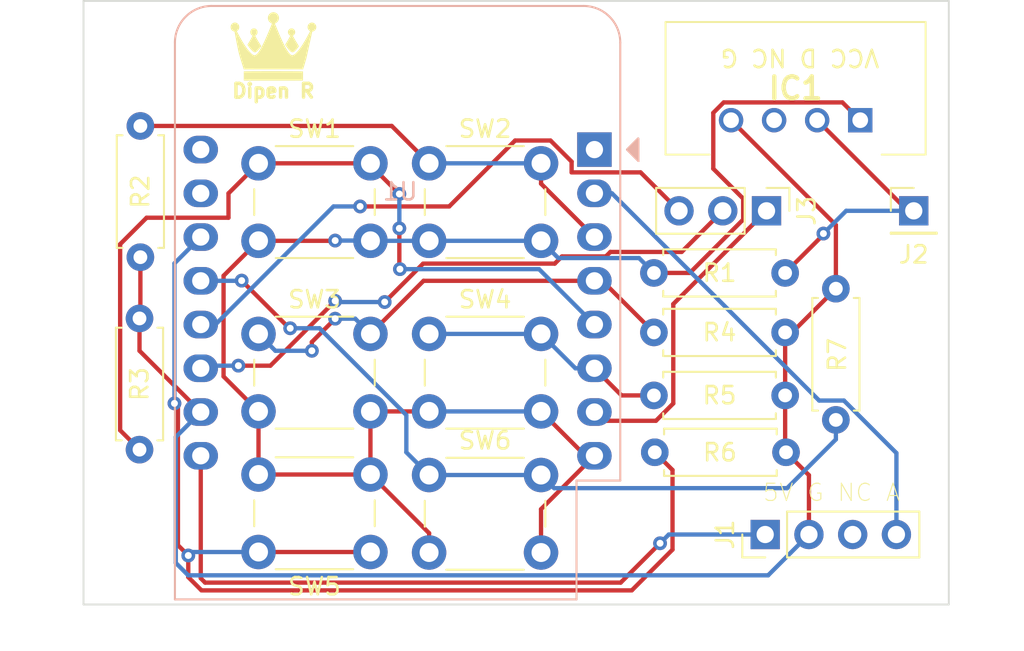
<source format=kicad_pcb>
(kicad_pcb (version 20211014) (generator pcbnew)
  (layers (0 "F.Cu" signal) (31 "B.Cu" signal) (34 "B.Paste" user) (35 "F.Paste" user) (36 "B.SilkS" user "B.Silkscreen") (37 "F.SilkS" user "F.Silkscreen") (38 "B.Mask" user) (39 "F.Mask" user) (44 "Edge.Cuts" user))
  (net 0 "")
  (net 1 "3V3")
  (net 2 "Net-(IC1-Pad2)")
  (net 4 "GND")
  (net 5 "5V")
  (net 7 "A0")
  (net 8 "Net-(J3-Pad1)")
  (net 9 "Net-(J3-Pad2)")
  (net 10 "Net-(J3-Pad3)")
  (net 11 "D0")
  (net 12 "D5")
  (net 13 "D6")
  (net 14 "D7")
  (net 18 "D1")
  (net 19 "D2")
  (footprint "Button_Switch_THT:SW_PUSH_6mm" (layer "F.Cu") (at 103.58 59.69 180)
    (fp_text reference "SW5" (at 3.25 -2) (layer "F.SilkS"))
    (fp_text value "SW_Push")
    (pad "1" thru_hole circle (at 0 0 270) (size 2 2) (drill 1.1) (layers *.Cu *.Mask) (net 18 "D1"))
    (pad "1" thru_hole circle (at 6.5 0 270) (size 2 2) (drill 1.1) (layers *.Cu *.Mask) (net 18 "D1"))
    (pad "2" thru_hole circle (at 6.5 4.5 270) (size 2 2) (drill 1.1) (layers *.Cu *.Mask) (net 1 "3V3"))
    (pad "2" thru_hole circle (at 0 4.5 270) (size 2 2) (drill 1.1) (layers *.Cu *.Mask) (net 1 "3V3"))
  )
  (footprint "Connector_PinHeader_2.54mm:PinHeader_1x03_P2.54mm_Vertical" (layer "F.Cu") (at 126.5786 39.878 -90)
    (fp_text reference "J3" (at 0 -2.33 90) (layer "F.SilkS"))
    (fp_text value "Conn_01x03_Male")
    (pad "1" thru_hole rect (at 0 0 270) (size 1.7 1.7) (drill 1) (layers *.Cu *.Mask) (net 8 "Net-(J3-Pad1)"))
    (pad "2" thru_hole oval (at 0 2.54 270) (size 1.7 1.7) (drill 1) (layers *.Cu *.Mask) (net 9 "Net-(J3-Pad2)"))
    (pad "3" thru_hole oval (at 0 5.08 270) (size 1.7 1.7) (drill 1) (layers *.Cu *.Mask) (net 10 "Net-(J3-Pad3)"))
  )
  (footprint "Resistor_THT:R_Axial_DIN0207_L6.3mm_D2.5mm_P7.62mm_Horizontal" (layer "F.Cu") (at 120.0912 53.8988)
    (fp_text reference "R6" (at 3.7816 0.0108) (layer "F.SilkS"))
    (fp_text value "4K7")
    (pad "1" thru_hole circle (at 0 0) (size 1.6 1.6) (drill 0.8) (layers *.Cu *.Mask) (net 18 "D1"))
    (pad "2" thru_hole oval (at 7.62 0) (size 1.6 1.6) (drill 0.8) (layers *.Cu *.Mask) (net 4 "GND"))
  )
  (footprint "Button_Switch_THT:SW_PUSH_6mm" (layer "F.Cu") (at 97.08 47.026)
    (fp_text reference "SW3" (at 3.25 -2) (layer "F.SilkS"))
    (fp_text value "SW_Push")
    (pad "1" thru_hole circle (at 6.5 0 90) (size 2 2) (drill 1.1) (layers *.Cu *.Mask) (net 12 "D5"))
    (pad "1" thru_hole circle (at 0 0 90) (size 2 2) (drill 1.1) (layers *.Cu *.Mask) (net 12 "D5"))
    (pad "2" thru_hole circle (at 6.5 4.5 90) (size 2 2) (drill 1.1) (layers *.Cu *.Mask) (net 1 "3V3"))
    (pad "2" thru_hole circle (at 0 4.5 90) (size 2 2) (drill 1.1) (layers *.Cu *.Mask) (net 1 "3V3"))
  )
  (footprint "Resistor_THT:R_Axial_DIN0207_L6.3mm_D2.5mm_P7.62mm_Horizontal" (layer "F.Cu") (at 120.0404 50.5968)
    (fp_text reference "R5" (at 3.81 0) (layer "F.SilkS"))
    (fp_text value "4K7")
    (pad "1" thru_hole circle (at 0 0) (size 1.6 1.6) (drill 0.8) (layers *.Cu *.Mask) (net 14 "D7"))
    (pad "2" thru_hole oval (at 7.62 0) (size 1.6 1.6) (drill 0.8) (layers *.Cu *.Mask) (net 4 "GND"))
  )
  (footprint "Button_Switch_THT:SW_PUSH_6mm" (layer "F.Cu") (at 97.08 37.12)
    (fp_text reference "SW1" (at 3.25 -2) (layer "F.SilkS"))
    (fp_text value "SW_Push")
    (pad "1" thru_hole circle (at 6.5 0 90) (size 2 2) (drill 1.1) (layers *.Cu *.Mask) (net 13 "D6"))
    (pad "1" thru_hole circle (at 0 0 90) (size 2 2) (drill 1.1) (layers *.Cu *.Mask) (net 13 "D6"))
    (pad "2" thru_hole circle (at 0 4.5 90) (size 2 2) (drill 1.1) (layers *.Cu *.Mask) (net 1 "3V3"))
    (pad "2" thru_hole circle (at 6.5 4.5 90) (size 2 2) (drill 1.1) (layers *.Cu *.Mask) (net 1 "3V3"))
  )
  (footprint "Connector_PinHeader_2.54mm:PinHeader_1x01_P2.54mm_Vertical" (layer "F.Cu") (at 135.128 39.878)
    (fp_text reference "J2" (at 0 2.54) (layer "F.SilkS"))
    (fp_text value "Conn_01x01_Male")
    (pad "1" thru_hole rect (at 0 0) (size 1.7 1.7) (drill 1) (layers *.Cu *.Mask) (net 2 "Net-(IC1-Pad2)"))
  )
  (footprint "Button_Switch_THT:SW_PUSH_6mm" (layer "F.Cu") (at 106.986 37.12)
    (fp_text reference "SW2" (at 3.25 -2) (layer "F.SilkS"))
    (fp_text value "SW_Push")
    (pad "1" thru_hole circle (at 6.5 0 90) (size 2 2) (drill 1.1) (layers *.Cu *.Mask) (net 11 "D0"))
    (pad "1" thru_hole circle (at 0 0 90) (size 2 2) (drill 1.1) (layers *.Cu *.Mask) (net 11 "D0"))
    (pad "2" thru_hole circle (at 0 4.5 90) (size 2 2) (drill 1.1) (layers *.Cu *.Mask) (net 1 "3V3"))
    (pad "2" thru_hole circle (at 6.5 4.5 90) (size 2 2) (drill 1.1) (layers *.Cu *.Mask) (net 1 "3V3"))
  )
  (footprint "Resistor_THT:R_Axial_DIN0207_L6.3mm_D2.5mm_P7.62mm_Horizontal" (layer "F.Cu") (at 130.6068 52.0192 90)
    (fp_text reference "R7" (at 3.7816 0.0756 90) (layer "F.SilkS"))
    (fp_text value "4K7")
    (pad "1" thru_hole circle (at 0 0 90) (size 1.6 1.6) (drill 0.8) (layers *.Cu *.Mask) (net 19 "D2"))
    (pad "2" thru_hole oval (at 7.62 0 90) (size 1.6 1.6) (drill 0.8) (layers *.Cu *.Mask) (net 4 "GND"))
  )
  (footprint "MountingHole:MountingHole_2mm" (layer "F.Cu") (at 89.408 60.198)
    (fp_text reference "REF**" hide)
    (fp_text value "MountingHole_2mm")
    (pad "" np_thru_hole circle (at 0 0) (size 2 2) (drill 2) (layers *.Cu *.Mask))
  )
  (footprint "Button_Switch_THT:SW_PUSH_6mm" (layer "F.Cu") (at 106.9848 55.2196)
    (fp_text reference "SW6" (at 3.25 -2) (layer "F.SilkS"))
    (fp_text value "SW_Push")
    (pad "1" thru_hole circle (at 0 0 90) (size 2 2) (drill 1.1) (layers *.Cu *.Mask) (net 19 "D2"))
    (pad "1" thru_hole circle (at 6.5 0 90) (size 2 2) (drill 1.1) (layers *.Cu *.Mask) (net 19 "D2"))
    (pad "2" thru_hole circle (at 6.5 4.5 90) (size 2 2) (drill 1.1) (layers *.Cu *.Mask) (net 1 "3V3"))
    (pad "2" thru_hole circle (at 0 4.5 90) (size 2 2) (drill 1.1) (layers *.Cu *.Mask) (net 1 "3V3"))
  )
  (footprint "Resistor_THT:R_Axial_DIN0207_L6.3mm_D2.5mm_P7.62mm_Horizontal" (layer "F.Cu") (at 120.0404 46.9392)
    (fp_text reference "R4" (at 3.81 0) (layer "F.SilkS"))
    (fp_text value "4K7")
    (pad "1" thru_hole circle (at 0 0) (size 1.6 1.6) (drill 0.8) (layers *.Cu *.Mask) (net 12 "D5"))
    (pad "2" thru_hole oval (at 7.62 0) (size 1.6 1.6) (drill 0.8) (layers *.Cu *.Mask) (net 4 "GND"))
  )
  (footprint "Resistor_THT:R_Axial_DIN0207_L6.3mm_D2.5mm_P7.62mm_Horizontal" (layer "F.Cu") (at 120.0404 43.4848)
    (fp_text reference "R1" (at 3.81 0) (layer "F.SilkS"))
    (fp_text value "10K")
    (pad "1" thru_hole circle (at 0 0) (size 1.6 1.6) (drill 0.8) (layers *.Cu *.Mask) (net 1 "3V3"))
    (pad "2" thru_hole oval (at 7.62 0) (size 1.6 1.6) (drill 0.8) (layers *.Cu *.Mask) (net 2 "Net-(IC1-Pad2)"))
  )
  (footprint "MountingHole:MountingHole_2mm" (layer "F.Cu") (at 89.408 30.226)
    (fp_text reference "REF**" hide)
    (fp_text value "MountingHole_2mm")
    (pad "" np_thru_hole circle (at 0 0) (size 2 2) (drill 2) (layers *.Cu *.Mask))
  )
  (footprint "ModdedCrown:Small_Crown" (layer "F.Cu") (at 97.9424 30.3276)
    (fp_text reference "G***" hide)
    (fp_text value "LOGO" hide)
  )
  (footprint "Connector_PinHeader_2.54mm:PinHeader_1x04_P2.54mm_Vertical" (layer "F.Cu") (at 126.502 58.674 90)
    (fp_text reference "J1" (at 0 -2.33 90) (layer "F.SilkS"))
    (fp_text value "Conn_01x04_Male")
    (pad "1" thru_hole rect (at 0 0 90) (size 1.7 1.7) (drill 1) (layers *.Cu *.Mask) (net 5 "5V"))
    (pad "2" thru_hole oval (at 0 2.54 90) (size 1.7 1.7) (drill 1) (layers *.Cu *.Mask) (net 4 "GND"))
    (pad "3" thru_hole oval (at 0 5.08 90) (size 1.7 1.7) (drill 1) (layers *.Cu *.Mask))
    (pad "4" thru_hole oval (at 0 7.62 90) (size 1.7 1.7) (drill 1) (layers *.Cu *.Mask) (net 7 "A0"))
  )
  (footprint "Temperature Sensors:DHT22" (layer "F.Cu") (at 132.02 34.616 180)
    (fp_text reference "IC1" (at 3.75 1.85) (layer "F.SilkS") (effects (font (size 1.27 1.27) (thickness 0.254))))
    (fp_text value "DHT22" hide)
    (pad "1" thru_hole rect locked (at 0 0 180) (size 1.416 1.416) (drill 0.91) (layers *.Cu *.Mask) (net 1 "3V3"))
    (pad "2" thru_hole circle locked (at 2.5 0 180) (size 1.416 1.416) (drill 0.91) (layers *.Cu *.Mask) (net 2 "Net-(IC1-Pad2)"))
    (pad "3" thru_hole circle locked (at 5 0 180) (size 1.416 1.416) (drill 0.91) (layers *.Cu *.Mask))
    (pad "4" thru_hole circle locked (at 7.5 0 180) (size 1.416 1.416) (drill 0.91) (layers *.Cu *.Mask) (net 4 "GND"))
  )
  (footprint "Resistor_THT:R_Axial_DIN0207_L6.3mm_D2.5mm_P7.62mm_Horizontal" (layer "F.Cu") (at 90.17 53.7464 90)
    (fp_text reference "R3" (at 3.81 0 90) (layer "F.SilkS"))
    (fp_text value "4K7")
    (pad "1" thru_hole circle (at 0 0 90) (size 1.6 1.6) (drill 0.8) (layers *.Cu *.Mask) (net 13 "D6"))
    (pad "2" thru_hole oval (at 7.62 0 90) (size 1.6 1.6) (drill 0.8) (layers *.Cu *.Mask) (net 4 "GND"))
  )
  (footprint "Resistor_THT:R_Axial_DIN0207_L6.3mm_D2.5mm_P7.62mm_Horizontal" (layer "F.Cu") (at 90.2208 34.9504 -90)
    (fp_text reference "R2" (at 3.81 0 90) (layer "F.SilkS"))
    (fp_text value "4K7")
    (pad "1" thru_hole circle (at 0 0 270) (size 1.6 1.6) (drill 0.8) (layers *.Cu *.Mask) (net 11 "D0"))
    (pad "2" thru_hole oval (at 7.62 0 270) (size 1.6 1.6) (drill 0.8) (layers *.Cu *.Mask) (net 4 "GND"))
  )
  (footprint "MountingHole:MountingHole_2mm" (layer "F.Cu") (at 134.558 48.26)
    (fp_text reference "REF**" hide)
    (fp_text value "MountingHole_2mm")
    (pad "" np_thru_hole circle (at 0 0) (size 2 2) (drill 2) (layers *.Cu *.Mask))
  )
  (footprint "Button_Switch_THT:SW_PUSH_6mm" (layer "F.Cu") (at 106.986 47.026)
    (fp_text reference "SW4" (at 3.25 -2) (layer "F.SilkS"))
    (fp_text value "SW_Push")
    (pad "1" thru_hole circle (at 0 0 90) (size 2 2) (drill 1.1) (layers *.Cu *.Mask) (net 14 "D7"))
    (pad "1" thru_hole circle (at 6.5 0 90) (size 2 2) (drill 1.1) (layers *.Cu *.Mask) (net 14 "D7"))
    (pad "2" thru_hole circle (at 0 4.5 90) (size 2 2) (drill 1.1) (layers *.Cu *.Mask) (net 1 "3V3"))
    (pad "2" thru_hole circle (at 6.5 4.5 90) (size 2 2) (drill 1.1) (layers *.Cu *.Mask) (net 1 "3V3"))
  )
  (footprint "Module:WEMOS_D1_mini_light" (layer "B.Cu") (at 116.586 36.322 180)
    (fp_text reference "U1" (at 11.2776 -2.4384) (layer "B.SilkS") (effects (justify mirror)))
    (fp_text value "WeMos_D1_mini")
    (pad "1" thru_hole rect (at 0 0 180) (size 2 2) (drill 1) (layers *.Cu *.Mask))
    (pad "2" thru_hole oval (at 0 -2.54 180) (size 2 1.6) (drill 1) (layers *.Cu *.Mask) (net 7 "A0"))
    (pad "3" thru_hole oval (at 0 -5.08 180) (size 2 1.6) (drill 1) (layers *.Cu *.Mask) (net 11 "D0"))
    (pad "4" thru_hole oval (at 0 -7.62 180) (size 2 1.6) (drill 1) (layers *.Cu *.Mask) (net 12 "D5"))
    (pad "5" thru_hole oval (at 0 -10.16 180) (size 2 1.6) (drill 1) (layers *.Cu *.Mask) (net 13 "D6"))
    (pad "6" thru_hole oval (at 0 -12.7 180) (size 2 1.6) (drill 1) (layers *.Cu *.Mask) (net 14 "D7"))
    (pad "7" thru_hole oval (at 0 -15.24 180) (size 2 1.6) (drill 1) (layers *.Cu *.Mask) (net 8 "Net-(J3-Pad1)"))
    (pad "8" thru_hole oval (at 0 -17.78 180) (size 2 1.6) (drill 1) (layers *.Cu *.Mask) (net 1 "3V3"))
    (pad "9" thru_hole oval (at 22.86 -17.78 180) (size 2 1.6) (drill 1) (layers *.Cu *.Mask) (net 5 "5V"))
    (pad "10" thru_hole oval (at 22.86 -15.24 180) (size 2 1.6) (drill 1) (layers *.Cu *.Mask) (net 4 "GND"))
    (pad "11" thru_hole oval (at 22.86 -12.7 180) (size 2 1.6) (drill 1) (layers *.Cu *.Mask) (net 9 "Net-(J3-Pad2)"))
    (pad "12" thru_hole oval (at 22.86 -10.16 180) (size 2 1.6) (drill 1) (layers *.Cu *.Mask) (net 10 "Net-(J3-Pad3)"))
    (pad "13" thru_hole oval (at 22.86 -7.62 180) (size 2 1.6) (drill 1) (layers *.Cu *.Mask) (net 19 "D2"))
    (pad "14" thru_hole oval (at 22.86 -5.08 180) (size 2 1.6) (drill 1) (layers *.Cu *.Mask) (net 18 "D1"))
    (pad "15" thru_hole oval (at 22.86 -2.54 180) (size 2 1.6) (drill 1) (layers *.Cu *.Mask))
    (pad "16" thru_hole oval (at 22.86 0 180) (size 2 1.6) (drill 1) (layers *.Cu *.Mask))
  )
  (gr_line (start 86.9182 62.738) (end 137.16 62.738) (layer "Edge.Cuts") (width 0.1))
  (gr_line (start 86.9182 27.686) (end 137.16 27.686) (layer "Edge.Cuts") (width 0.1))
  (gr_line (start 86.9182 27.686) (end 86.9182 62.738) (layer "Edge.Cuts") (width 0.1))
  (gr_line (start 137.16 27.686) (end 137.16 62.738) (layer "Edge.Cuts") (width 0.1))
  (gr_text "Dipen R" (at 97.9424 32.9184) (layer "F.SilkS") (effects (font (size 0.8 0.8) (thickness 0.2))))
  (gr_text "5V G NC A" (at 130.3528 56.2356) (layer "F.SilkS") (effects (font (size 1 1) (thickness 0.0625))))
  (gr_text "VCC D NC G" (at 128.524 30.988 180) (layer "F.SilkS") (effects (font (size 1 1))))
  (segment (start 97.08 41.62) (end 101.516189 41.62) (width 0.25) (layer "F.Cu") (net 1))
  (segment (start 124.092319 33.583489) (end 123.487489 34.188319) (width 0.25) (layer "F.Cu") (net 1))
  (segment (start 113.4848 59.7196) (end 113.4848 57.2032) (width 0.25) (layer "F.Cu") (net 1))
  (segment (start 123.487489 34.188319) (end 123.487489 37.432289) (width 0.25) (layer "F.Cu") (net 1))
  (segment (start 132.02 34.616) (end 130.987489 33.583489) (width 0.25) (layer "F.Cu") (net 1))
  (segment (start 116.586 54.102) (end 116.062 54.102) (width 0.25) (layer "F.Cu") (net 1))
  (segment (start 101.516189 41.62) (end 101.530989 41.6052) (width 0.25) (layer "F.Cu") (net 1))
  (segment (start 125.222 39.1668) (end 125.222 40.386) (width 0.25) (layer "F.Cu") (net 1))
  (segment (start 125.222 40.386) (end 122.1232 43.4848) (width 0.25) (layer "F.Cu") (net 1))
  (segment (start 95.05052 43.64948) (end 97.08 41.62) (width 0.25) (layer "F.Cu") (net 1))
  (segment (start 113.4848 57.2032) (end 116.586 54.102) (width 0.25) (layer "F.Cu") (net 1))
  (segment (start 130.987489 33.583489) (end 124.092319 33.583489) (width 0.25) (layer "F.Cu") (net 1))
  (segment (start 97.08 55.19) (end 103.58 55.19) (width 0.25) (layer "F.Cu") (net 1))
  (segment (start 97.08 55.19) (end 97.08 51.526) (width 0.25) (layer "F.Cu") (net 1))
  (segment (start 122.1232 43.4848) (end 120.0404 43.4848) (width 0.25) (layer "F.Cu") (net 1))
  (segment (start 123.487489 37.432289) (end 125.222 39.1668) (width 0.25) (layer "F.Cu") (net 1))
  (segment (start 106.986 51.526) (end 103.58 51.526) (width 0.25) (layer "F.Cu") (net 1))
  (segment (start 97.08 51.526) (end 95.05052 49.49652) (width 0.25) (layer "F.Cu") (net 1))
  (segment (start 95.05052 49.49652) (end 95.05052 43.64948) (width 0.25) (layer "F.Cu") (net 1))
  (segment (start 103.58 51.526) (end 103.58 55.19) (width 0.25) (layer "F.Cu") (net 1))
  (segment (start 116.062 54.102) (end 113.486 51.526) (width 0.25) (layer "F.Cu") (net 1))
  (segment (start 103.58 55.19) (end 106.9848 58.5948) (width 0.25) (layer "F.Cu") (net 1))
  (segment (start 106.9848 58.5948) (end 106.9848 59.7196) (width 0.25) (layer "F.Cu") (net 1))
  (via (at 101.530989 41.6052) (size 0.8) (drill 0.4) (layers "F.Cu" "B.Cu") (net 1))
  (segment (start 114.486 42.62) (end 119.1756 42.62) (width 0.25) (layer "B.Cu") (net 1))
  (segment (start 113.486 41.62) (end 114.486 42.62) (width 0.25) (layer "B.Cu") (net 1))
  (segment (start 106.986 51.526) (end 113.486 51.526) (width 0.25) (layer "B.Cu") (net 1))
  (segment (start 106.986 41.62) (end 113.486 41.62) (width 0.25) (layer "B.Cu") (net 1))
  (segment (start 103.5652 41.6052) (end 103.58 41.62) (width 0.25) (layer "B.Cu") (net 1))
  (segment (start 101.530989 41.6052) (end 103.5652 41.6052) (width 0.25) (layer "B.Cu") (net 1))
  (segment (start 119.1756 42.62) (end 120.0404 43.4848) (width 0.25) (layer "B.Cu") (net 1))
  (segment (start 103.58 41.62) (end 106.986 41.62) (width 0.25) (layer "B.Cu") (net 1))
  (segment (start 134.782 39.878) (end 135.128 39.878) (width 0.25) (layer "F.Cu") (net 2))
  (segment (start 129.52 34.616) (end 134.782 39.878) (width 0.25) (layer "F.Cu") (net 2))
  (segment (start 127.6604 43.4848) (end 129.8823 41.2629) (width 0.25) (layer "F.Cu") (net 2))
  (segment (start 129.8823 41.2629) (end 129.8823 41.1988) (width 0.25) (layer "F.Cu") (net 2))
  (via (at 129.8823 41.1988) (size 0.8) (drill 0.4) (layers "F.Cu" "B.Cu") (net 2))
  (segment (start 131.2031 39.878) (end 135.128 39.878) (width 0.25) (layer "B.Cu") (net 2))
  (segment (start 129.8823 41.1988) (end 131.2031 39.878) (width 0.25) (layer "B.Cu") (net 2))
  (segment (start 130.6068 44.3992) (end 128.0668 46.9392) (width 0.25) (layer "F.Cu") (net 4))
  (segment (start 90.2208 46.0756) (end 90.17 46.1264) (width 0.25) (layer "F.Cu") (net 4))
  (segment (start 130.6068 40.7028) (end 130.6068 44.3992) (width 0.25) (layer "F.Cu") (net 4))
  (segment (start 127.6604 53.848) (end 127.7112 53.8988) (width 0.25) (layer "F.Cu") (net 4))
  (segment (start 127.6604 50.5968) (end 127.6604 53.848) (width 0.25) (layer "F.Cu") (net 4))
  (segment (start 124.52 34.616) (end 130.6068 40.7028) (width 0.25) (layer "F.Cu") (net 4))
  (segment (start 127.6604 46.9392) (end 127.6604 50.5968) (width 0.25) (layer "F.Cu") (net 4))
  (segment (start 128.0668 46.9392) (end 127.6604 46.9392) (width 0.25) (layer "F.Cu") (net 4))
  (segment (start 90.2208 42.5704) (end 90.2208 46.0756) (width 0.25) (layer "F.Cu") (net 4))
  (segment (start 129.042 55.2296) (end 127.7112 53.8988) (width 0.25) (layer "F.Cu") (net 4))
  (segment (start 90.17 48.006) (end 93.726 51.562) (width 0.25) (layer "F.Cu") (net 4))
  (segment (start 90.17 46.1264) (end 90.17 48.006) (width 0.25) (layer "F.Cu") (net 4))
  (segment (start 129.042 58.674) (end 129.042 55.2296) (width 0.25) (layer "F.Cu") (net 4))
  (segment (start 93.726 51.562) (end 92.276989 53.011011) (width 0.25) (layer "B.Cu") (net 4))
  (segment (start 126.671889 61.044111) (end 129.042 58.674) (width 0.25) (layer "B.Cu") (net 4))
  (segment (start 92.997311 61.044111) (end 126.671889 61.044111) (width 0.25) (layer "B.Cu") (net 4))
  (segment (start 92.276989 53.011011) (end 92.276989 60.323789) (width 0.25) (layer "B.Cu") (net 4))
  (segment (start 92.276989 60.323789) (end 92.997311 61.044111) (width 0.25) (layer "B.Cu") (net 4))
  (segment (start 120.396 59.182) (end 118.11 61.468) (width 0.25) (layer "F.Cu") (net 5))
  (segment (start 93.726 61.214) (end 93.98 61.468) (width 0.25) (layer "F.Cu") (net 5))
  (segment (start 93.98 61.468) (end 118.11 61.468) (width 0.25) (layer "F.Cu") (net 5))
  (segment (start 93.726 61.214) (end 93.726 54.102) (width 0.25) (layer "F.Cu") (net 5))
  (via (at 120.396 59.182) (size 0.8) (drill 0.4) (layers "F.Cu" "B.Cu") (net 5))
  (segment (start 126.502 58.674) (end 120.904 58.674) (width 0.25) (layer "B.Cu") (net 5))
  (segment (start 120.904 58.674) (end 120.396 59.182) (width 0.25) (layer "B.Cu") (net 5))
  (segment (start 134.122 53.9441) (end 131.072589 50.894689) (width 0.25) (layer "B.Cu") (net 7))
  (segment (start 117.602 38.862) (end 116.586 38.862) (width 0.25) (layer "B.Cu") (net 7))
  (segment (start 134.122 58.674) (end 134.122 53.9441) (width 0.25) (layer "B.Cu") (net 7))
  (segment (start 129.634689 50.894689) (end 117.602 38.862) (width 0.25) (layer "B.Cu") (net 7))
  (segment (start 131.072589 50.894689) (end 129.634689 50.894689) (width 0.25) (layer "B.Cu") (net 7))
  (segment (start 121.164911 51.062589) (end 120.1575 52.07) (width 0.25) (layer "F.Cu") (net 8))
  (segment (start 117.094 52.07) (end 116.586 51.562) (width 0.25) (layer "F.Cu") (net 8))
  (segment (start 120.1575 52.07) (end 117.094 52.07) (width 0.25) (layer "F.Cu") (net 8))
  (segment (start 126.5786 39.878) (end 121.164911 45.291689) (width 0.25) (layer "F.Cu") (net 8))
  (segment (start 121.164911 45.291689) (end 121.164911 51.062589) (width 0.25) (layer "F.Cu") (net 8))
  (segment (start 106.636891 42.944511) (end 104.407101 45.174301) (width 0.25) (layer "F.Cu") (net 9))
  (segment (start 114.281489 42.944511) (end 106.636891 42.944511) (width 0.25) (layer "F.Cu") (net 9))
  (segment (start 101.530989 45.1104) (end 97.771789 48.8696) (width 0.25) (layer "F.Cu") (net 9))
  (segment (start 124.0386 39.878) (end 121.651 42.2656) (width 0.25) (layer "F.Cu") (net 9))
  (segment (start 117.251791 42.52652) (end 114.69948 42.52652) (width 0.25) (layer "F.Cu") (net 9))
  (segment (start 114.69948 42.52652) (end 114.281489 42.944511) (width 0.25) (layer "F.Cu") (net 9))
  (segment (start 117.512711 42.2656) (end 117.251791 42.52652) (width 0.25) (layer "F.Cu") (net 9))
  (segment (start 121.651 42.2656) (end 117.512711 42.2656) (width 0.25) (layer "F.Cu") (net 9))
  (segment (start 97.771789 48.8696) (end 95.9104 48.8696) (width 0.25) (layer "F.Cu") (net 9))
  (via (at 95.9104 48.8696) (size 0.8) (drill 0.4) (layers "F.Cu" "B.Cu") (net 9))
  (via (at 104.407101 45.174301) (size 0.8) (drill 0.4) (layers "F.Cu" "B.Cu") (net 9))
  (via (at 101.530989 45.1104) (size 0.8) (drill 0.4) (layers "F.Cu" "B.Cu") (net 9))
  (segment (start 93.8784 48.8696) (end 93.726 49.022) (width 0.25) (layer "B.Cu") (net 9))
  (segment (start 104.407101 45.174301) (end 101.59489 45.174301) (width 0.25) (layer "B.Cu") (net 9))
  (segment (start 101.59489 45.174301) (end 101.530989 45.1104) (width 0.25) (layer "B.Cu") (net 9))
  (segment (start 95.9104 48.8696) (end 93.8784 48.8696) (width 0.25) (layer "B.Cu") (net 9))
  (segment (start 115.261489 37.646511) (end 115.261489 37.022346) (width 0.25) (layer "F.Cu") (net 10))
  (segment (start 121.4986 39.878) (end 119.267111 37.646511) (width 0.25) (layer "F.Cu") (net 10))
  (segment (start 119.267111 37.646511) (end 115.261489 37.646511) (width 0.25) (layer "F.Cu") (net 10))
  (segment (start 111.981711 35.795489) (end 108.1532 39.624) (width 0.25) (layer "F.Cu") (net 10))
  (segment (start 108.1532 39.624) (end 102.979989 39.624) (width 0.25) (layer "F.Cu") (net 10))
  (segment (start 114.034632 35.795489) (end 111.981711 35.795489) (width 0.25) (layer "F.Cu") (net 10))
  (segment (start 115.261489 37.022346) (end 114.034632 35.795489) (width 0.25) (layer "F.Cu") (net 10))
  (via (at 102.979989 39.624) (size 0.8) (drill 0.4) (layers "F.Cu" "B.Cu") (net 10))
  (segment (start 94.576 46.482) (end 93.726 46.482) (width 0.25) (layer "B.Cu") (net 10))
  (segment (start 102.979989 39.624) (end 101.434 39.624) (width 0.25) (layer "B.Cu") (net 10))
  (segment (start 101.434 39.624) (end 94.576 46.482) (width 0.25) (layer "B.Cu") (net 10))
  (segment (start 113.486 38.302) (end 116.586 41.402) (width 0.25) (layer "F.Cu") (net 11))
  (segment (start 104.8164 34.9504) (end 106.986 37.12) (width 0.25) (layer "F.Cu") (net 11))
  (segment (start 90.2208 34.9504) (end 104.8164 34.9504) (width 0.25) (layer "F.Cu") (net 11))
  (segment (start 113.486 37.12) (end 113.486 38.302) (width 0.25) (layer "F.Cu") (net 11))
  (segment (start 106.986 37.12) (end 113.486 37.12) (width 0.25) (layer "B.Cu") (net 11))
  (segment (start 100.1776 47.494584) (end 101.530989 46.141195) (width 0.25) (layer "F.Cu") (net 12))
  (segment (start 103.58 47.026) (end 106.664 43.942) (width 0.25) (layer "F.Cu") (net 12))
  (segment (start 100.1776 48.006) (end 100.1776 47.494584) (width 0.25) (layer "F.Cu") (net 12))
  (segment (start 117.0432 43.942) (end 120.0404 46.9392) (width 0.25) (layer "F.Cu") (net 12))
  (segment (start 116.586 43.942) (end 117.0432 43.942) (width 0.25) (layer "F.Cu") (net 12))
  (segment (start 106.664 43.942) (end 116.586 43.942) (width 0.25) (layer "F.Cu") (net 12))
  (via (at 101.530989 46.141195) (size 0.8) (drill 0.4) (layers "F.Cu" "B.Cu") (net 12))
  (via (at 100.1776 48.006) (size 0.8) (drill 0.4) (layers "F.Cu" "B.Cu") (net 12))
  (segment (start 98.06 48.006) (end 100.1776 48.006) (width 0.25) (layer "B.Cu") (net 12))
  (segment (start 101.530989 46.141195) (end 102.695195 46.141195) (width 0.25) (layer "B.Cu") (net 12))
  (segment (start 97.08 47.026) (end 98.06 48.006) (width 0.25) (layer "B.Cu") (net 12))
  (segment (start 102.695195 46.141195) (end 103.58 47.026) (width 0.25) (layer "B.Cu") (net 12))
  (segment (start 105.2576 40.8955) (end 105.2576 43.2308) (width 0.25) (layer "F.Cu") (net 13))
  (segment (start 89.045489 41.815311) (end 89.045489 52.621889) (width 0.25) (layer "F.Cu") (net 13))
  (segment (start 103.58 37.2219) (end 105.2576 38.8995) (width 0.25) (layer "F.Cu") (net 13))
  (segment (start 97.08 37.12) (end 103.58 37.12) (width 0.25) (layer "F.Cu") (net 13))
  (segment (start 103.58 37.12) (end 103.58 37.2219) (width 0.25) (layer "F.Cu") (net 13))
  (segment (start 90.58332 40.27748) (end 89.045489 41.815311) (width 0.25) (layer "F.Cu") (net 13))
  (segment (start 105.2576 43.2308) (end 105.291802 43.265002) (width 0.25) (layer "F.Cu") (net 13))
  (segment (start 95.336733 40.27748) (end 95.336733 38.863267) (width 0.25) (layer "F.Cu") (net 13))
  (segment (start 95.336733 40.27748) (end 90.58332 40.27748) (width 0.25) (layer "F.Cu") (net 13))
  (segment (start 90.17 53.7464) (end 89.045489 52.621889) (width 0.25) (layer "F.Cu") (net 13))
  (segment (start 95.336733 38.863267) (end 97.08 37.12) (width 0.25) (layer "F.Cu") (net 13))
  (via (at 105.291802 43.265002) (size 0.8) (drill 0.4) (layers "F.Cu" "B.Cu") (net 13))
  (via (at 105.2576 38.8995) (size 0.8) (drill 0.4) (layers "F.Cu" "B.Cu") (net 13))
  (via (at 105.2576 40.8955) (size 0.8) (drill 0.4) (layers "F.Cu" "B.Cu") (net 13))
  (segment (start 113.369002 43.265002) (end 116.586 46.482) (width 0.25) (layer "B.Cu") (net 13))
  (segment (start 105.291802 43.265002) (end 113.369002 43.265002) (width 0.25) (layer "B.Cu") (net 13))
  (segment (start 105.2576 38.8995) (end 105.2576 40.8955) (width 0.25) (layer "B.Cu") (net 13))
  (segment (start 118.1608 50.5968) (end 116.586 49.022) (width 0.25) (layer "F.Cu") (net 14))
  (segment (start 120.0404 50.5968) (end 118.1608 50.5968) (width 0.25) (layer "F.Cu") (net 14))
  (segment (start 106.986 47.026) (end 113.486 47.026) (width 0.25) (layer "B.Cu") (net 14))
  (segment (start 113.486 47.026) (end 115.482 49.022) (width 0.25) (layer "B.Cu") (net 14))
  (segment (start 115.482 49.022) (end 116.586 49.022) (width 0.25) (layer "B.Cu") (net 14))
  (segment (start 121.120511 54.928111) (end 121.120511 59.551669) (width 0.25) (layer "F.Cu") (net 18))
  (segment (start 120.0912 53.8988) (end 121.120511 54.928111) (width 0.25) (layer "F.Cu") (net 18))
  (segment (start 93.76912 61.91752) (end 93.0015 61.1499) (width 0.25) (layer "F.Cu") (net 18))
  (segment (start 97.08 59.69) (end 103.58 59.69) (width 0.25) (layer "F.Cu") (net 18))
  (segment (start 92.40148 59.29318) (end 92.40148 51.262079) (width 0.25) (layer "F.Cu") (net 18))
  (segment (start 92.40148 51.262079) (end 92.198993 51.059592) (width 0.25) (layer "F.Cu") (net 18))
  (segment (start 118.75466 61.91752) (end 93.76912 61.91752) (width 0.25) (layer "F.Cu") (net 18))
  (segment (start 121.120511 59.551669) (end 118.75466 61.91752) (width 0.25) (layer "F.Cu") (net 18))
  (segment (start 93.0015 61.1499) (end 93.0015 59.8932) (width 0.25) (layer "F.Cu") (net 18))
  (segment (start 93.0015 59.8932) (end 92.40148 59.29318) (width 0.25) (layer "F.Cu") (net 18))
  (via (at 93.0015 59.8932) (size 0.8) (drill 0.4) (layers "F.Cu" "B.Cu") (net 18))
  (via (at 92.198993 51.059592) (size 0.8) (drill 0.4) (layers "F.Cu" "B.Cu") (net 18))
  (segment (start 93.2047 59.69) (end 97.08 59.69) (width 0.25) (layer "B.Cu") (net 18))
  (segment (start 93.0015 59.8932) (end 93.2047 59.69) (width 0.25) (layer "B.Cu") (net 18))
  (segment (start 92.198993 42.929007) (end 93.726 41.402) (width 0.25) (layer "B.Cu") (net 18))
  (segment (start 92.198993 51.059592) (end 92.198993 42.929007) (width 0.25) (layer "B.Cu") (net 18))
  (segment (start 98.868795 46.697195) (end 98.919596 46.697195) (width 0.25) (layer "F.Cu") (net 19))
  (segment (start 96.102501 43.930901) (end 98.868795 46.697195) (width 0.25) (layer "F.Cu") (net 19))
  (via (at 98.919596 46.697195) (size 0.8) (drill 0.4) (layers "F.Cu" "B.Cu") (net 19))
  (via (at 96.102501 43.930901) (size 0.8) (drill 0.4) (layers "F.Cu" "B.Cu") (net 19))
  (segment (start 114.2468 55.9816) (end 113.4848 55.2196) (width 0.25) (layer "B.Cu") (net 19))
  (segment (start 98.919596 46.697195) (end 100.624338 46.697195) (width 0.25) (layer "B.Cu") (net 19))
  (segment (start 100.624338 46.697195) (end 105.664 51.736857) (width 0.25) (layer "B.Cu") (net 19))
  (segment (start 105.664 53.8988) (end 106.9848 55.2196) (width 0.25) (layer "B.Cu") (net 19))
  (segment (start 105.664 51.736857) (end 105.664 53.8988) (width 0.25) (layer "B.Cu") (net 19))
  (segment (start 96.091402 43.942) (end 96.102501 43.930901) (width 0.25) (layer "B.Cu") (net 19))
  (segment (start 130.6068 53.15057) (end 127.77577 55.9816) (width 0.25) (layer "B.Cu") (net 19))
  (segment (start 130.6068 52.0192) (end 130.6068 53.15057) (width 0.25) (layer "B.Cu") (net 19))
  (segment (start 93.726 43.942) (end 96.091402 43.942) (width 0.25) (layer "B.Cu") (net 19))
  (segment (start 106.9848 55.2196) (end 113.4848 55.2196) (width 0.25) (layer "B.Cu") (net 19))
  (segment (start 127.77577 55.9816) (end 114.2468 55.9816) (width 0.25) (layer "B.Cu") (net 19))
)
</source>
